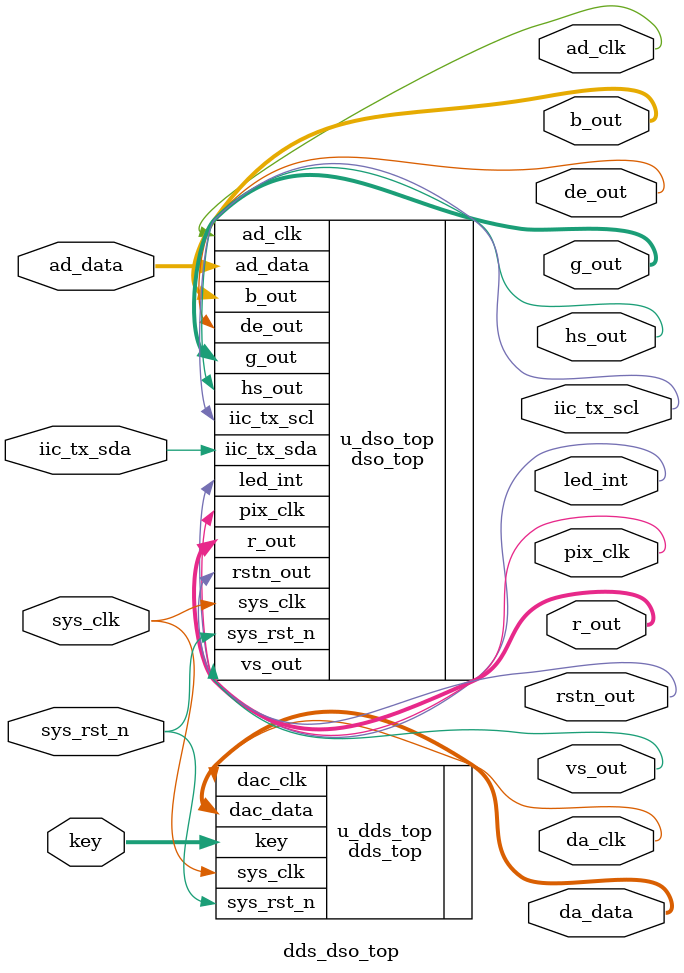
<source format=v>
module dds_dso_top (
  input  wire       sys_clk,     // input system clock 50MHz
  input  wire       sys_rst_n,
  output wire       rstn_out,
  output wire       iic_tx_scl,
  inout  wire       iic_tx_sda,
  output wire       led_int,
  //hdmi_out
  output wire       pix_clk,     //pixclk
  output wire       vs_out,
  output wire       hs_out,
  output wire       de_out,
  output wire [7:0] r_out,
  output wire [7:0] g_out,
  output wire [7:0] b_out,

  output wire       ad_clk,
  input  wire [7:0] ad_data,

  input wire [3:0] key,  //输入4位按键

  output wire       da_clk,  //输入DAC模块时钟
  output wire [7:0] da_data  //输入DAC模块波形数据
);

  parameter FREQ_CTRL = 32'd8589934,  //相位累加器单次累加值
  PHASE_CTRL = 12'd0;  //相位偏移量

  dds_top #(
    .FREQ_CTRL (FREQ_CTRL),
    .PHASE_CTRL(PHASE_CTRL)
  ) u_dds_top (
    .sys_clk  (sys_clk),    //系统时钟,50MHz
    .sys_rst_n(sys_rst_n),  //复位信号,低电平有效
    .key      (key),        //输入4位按键

    .dac_clk (da_clk),  //输入DAC模块时钟
    .dac_data(da_data)  //输入DAC模块波形数据
  );

  dso_top u_dso_top (
    .sys_clk   (sys_clk),     // input system clock 50MHz
    .sys_rst_n (sys_rst_n),
    .rstn_out  (rstn_out),
    .iic_tx_scl(iic_tx_scl),
    .iic_tx_sda(iic_tx_sda),
    .led_int   (led_int),

    .pix_clk(pix_clk),  //pixclk
    .vs_out (vs_out),
    .hs_out (hs_out),
    .de_out (de_out),
    .r_out  (r_out),
    .g_out  (g_out),
    .b_out  (b_out),

    .ad_clk (ad_clk),
    .ad_data(ad_data)
  );
endmodule

</source>
